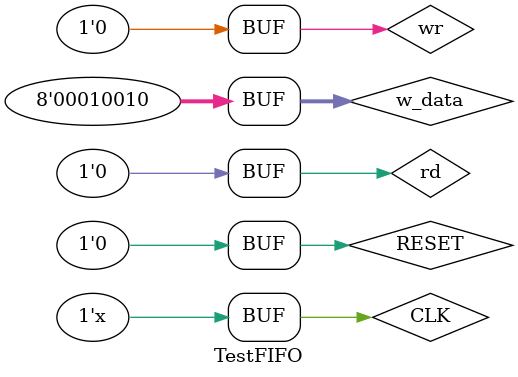
<source format=v>
`timescale 1ns / 1ps


module TestFIFO;

	// Inputs
	reg CLK;
	reg RESET;
	reg wr;
	reg rd;
	reg [7:0] w_data;

	// Outputs
	wire empty;
	wire full;
	wire [7:0] r_data;

	// Instantiate the Unit Under Test (UUT)
	FIFO uut (
		.CLK(CLK), 
		.RESET(RESET), 
		.wr(wr), 
		.rd(rd), 
		.w_data(w_data), 
		.empty(empty), 
		.full(full), 
		.r_data(r_data)
	);

	initial begin
		// Initialize Inputs
		CLK = 0;
		RESET = 1;
		wr = 0;
		rd = 0;
		w_data = 0;

		#3
		RESET=0;
		// Wait 100 ns for global reset to finish
		#100;
		// Add stimulus here
		
		//Escribo un 1
		w_data = 1;
		#1
		wr = 1;
		#2
		wr = 0;
		#3
		
		w_data = 2;
		#1
		wr = 1;
		#2
		wr = 0;
		#3
		
		w_data = 3;
		#1
		wr = 1;
		#2
		wr = 0;
		#3
		
		w_data = 4;
		#1
		wr = 1;
		#2
		wr = 0;
		#3
		
		w_data = 5;
		#1
		wr = 1;
		#2
		wr = 0;
		#3
		
		w_data = 6;
		#1
		wr = 1;
		#2
		wr = 0;
		#3
		
		w_data = 7;
		#1
		wr = 1;
		#2
		wr = 0;
		#3
		
		w_data = 8;
		#1
		wr = 1;
		#2
		wr = 0;
		#3
		
		w_data = 9;
		#1
		wr = 1;
		#2
		wr = 0;
		#3
		
		w_data = 10;
		#1
		wr = 1;
		#2
		wr = 0;
		#3
		
		w_data = 11;
		#1
		wr = 1;
		#2
		wr = 0;
		#3
		
		w_data = 12;
		#1
		wr = 1;
		#2
		wr = 0;
		#3
		
		w_data = 13;
		#1
		wr = 1;
		#2
		wr = 0;
		#3
		
		w_data = 14;
		#1
		wr = 1;
		#2
		wr = 0;
		#3
		
		w_data = 15;
		#1
		wr = 1;
		#2
		wr = 0;
		#3
		
		w_data = 16;
		#1
		wr = 1;
		#2
		wr = 0;
		#3
		
		w_data = 17;
		#1
		wr = 1;
		#2
		wr = 0;
		
		#10
		
		rd=1;
		#2
		rd=0;
		#5
		rd=1;
		#2
		rd=0;
		#5
		rd=1;
		#2
		rd=0;
		#5
		rd=1;
		#2
		rd=0;
		#5
		rd=1;
		#2
		rd=0;
		#5
		rd=1;
		#2
		rd=0;
		#5
		rd=1;
		#2
		rd=0;
		#5
		rd=1;
		#2
		rd=0;
		#5
		rd=1;
		#2
		rd=0;
		#5
		rd=1;
		#2
		rd=0;
		#5
		rd=1;
		#2
		rd=0;
		#5
		rd=1;
		#2
		rd=0;
		#5
		rd=1;
		#2
		rd=0;
		#5
		rd=1;
		#2
		rd=0;
		#5
		rd=1;
		#2
		rd=0;
		#5
		rd=1;
		#2
		rd=0;
		#5
		rd=1;
		#2
		rd=0;
		#5
		rd=1;
		#2
		rd=0;
		
		
		#5
		w_data = 18;
		#1
		wr = 1;
		#2
		wr = 0;
		
		
		
		
		

	end
	
	always
	begin
		#1 CLK = ~CLK;

	end
      
endmodule


</source>
